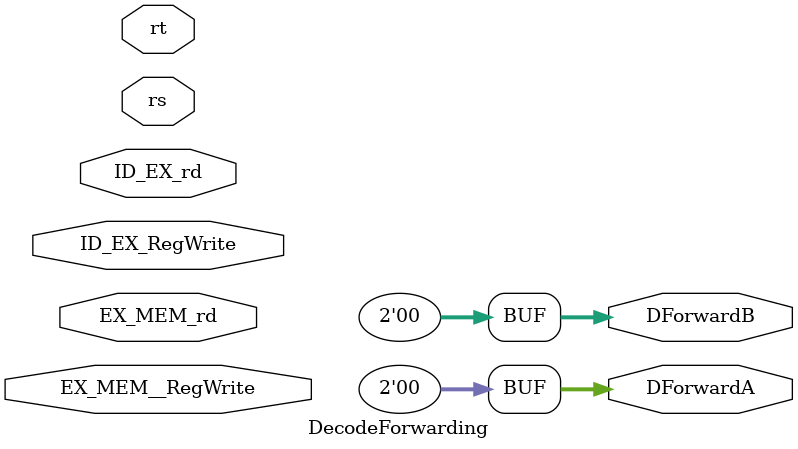
<source format=v>
`timescale 1ns / 1ps


module DecodeForwarding(DForwardA, DForwardB, rs, rt, ID_EX_rd, ID_EX_RegWrite, EX_MEM__RegWrite, EX_MEM_rd);


input [4:0] rs, rt, ID_EX_rd, EX_MEM_rd;
input ID_EX_RegWrite, EX_MEM__RegWrite;

output reg [1:0] DForwardA, DForwardB;


    initial begin
        DForwardA <= 0;
        DForwardB <= 0;
    end




endmodule

</source>
